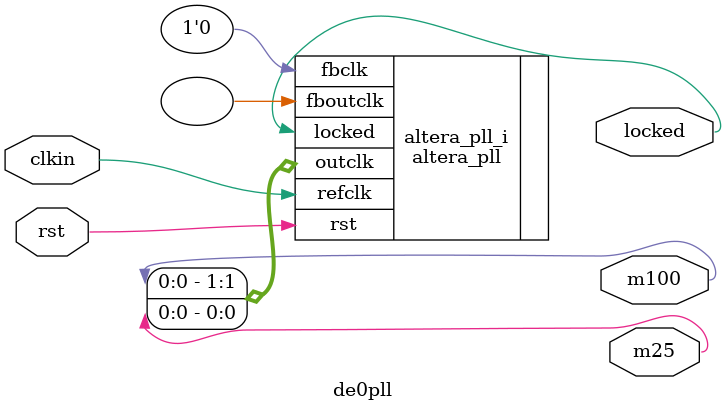
<source format=v>
module de0pll(
    input wire clkin,
    input wire rst,
    output wire m25,
    output wire m100,
    output wire locked
);
altera_pll #(
    .fractional_vco_multiplier("false"),
    .reference_clock_frequency("50.0 MHz"),
    .operation_mode("normal"),
    .number_of_clocks(2),
    .output_clock_frequency0("25.0 MHz"),
    .phase_shift0("0 ps"),
    .duty_cycle0(50),
    .output_clock_frequency1("100.0 MHz"),
    .phase_shift1("0 ps"),
    .duty_cycle1(50),
    .output_clock_frequency2("0 MHz"),
    .phase_shift2("0 ps"),
    .duty_cycle2(50),
    .output_clock_frequency3("0 MHz"),
    .phase_shift3("0 ps"),
    .duty_cycle3(50),
    .output_clock_frequency4("0 MHz"),
    .phase_shift4("0 ps"),
    .duty_cycle4(50),
    .output_clock_frequency5("0 MHz"),
    .phase_shift5("0 ps"),
    .duty_cycle5(50),
    .output_clock_frequency6("0 MHz"),
    .phase_shift6("0 ps"),
    .duty_cycle6(50),
    .output_clock_frequency7("0 MHz"),
    .phase_shift7("0 ps"),
    .duty_cycle7(50),
    .output_clock_frequency8("0 MHz"),
    .phase_shift8("0 ps"),
    .duty_cycle8(50),
    .output_clock_frequency9("0 MHz"),
    .phase_shift9("0 ps"),
    .duty_cycle9(50),
    .output_clock_frequency10("0 MHz"),
    .phase_shift10("0 ps"),
    .duty_cycle10(50),
    .output_clock_frequency11("0 MHz"),
    .phase_shift11("0 ps"),
    .duty_cycle11(50),
    .output_clock_frequency12("0 MHz"),
    .phase_shift12("0 ps"),
    .duty_cycle12(50),
    .output_clock_frequency13("0 MHz"),
    .phase_shift13("0 ps"),
    .duty_cycle13(50),
    .output_clock_frequency14("0 MHz"),
    .phase_shift14("0 ps"),
    .duty_cycle14(50),
    .output_clock_frequency15("0 MHz"),
    .phase_shift15("0 ps"),
    .duty_cycle15(50),
    .output_clock_frequency16("0 MHz"),
    .phase_shift16("0 ps"),
    .duty_cycle16(50),
    .output_clock_frequency17("0 MHz"),
    .phase_shift17("0 ps"),
    .duty_cycle17(50),
    .pll_type("General"),
    .pll_subtype("General")
)
altera_pll_i(
    .rst (rst),
    .outclk ({m100,m25}),
    .locked (locked),
    .fboutclk (),
    .fbclk (1'b0),
    .refclk (clkin)
);
endmodule

</source>
